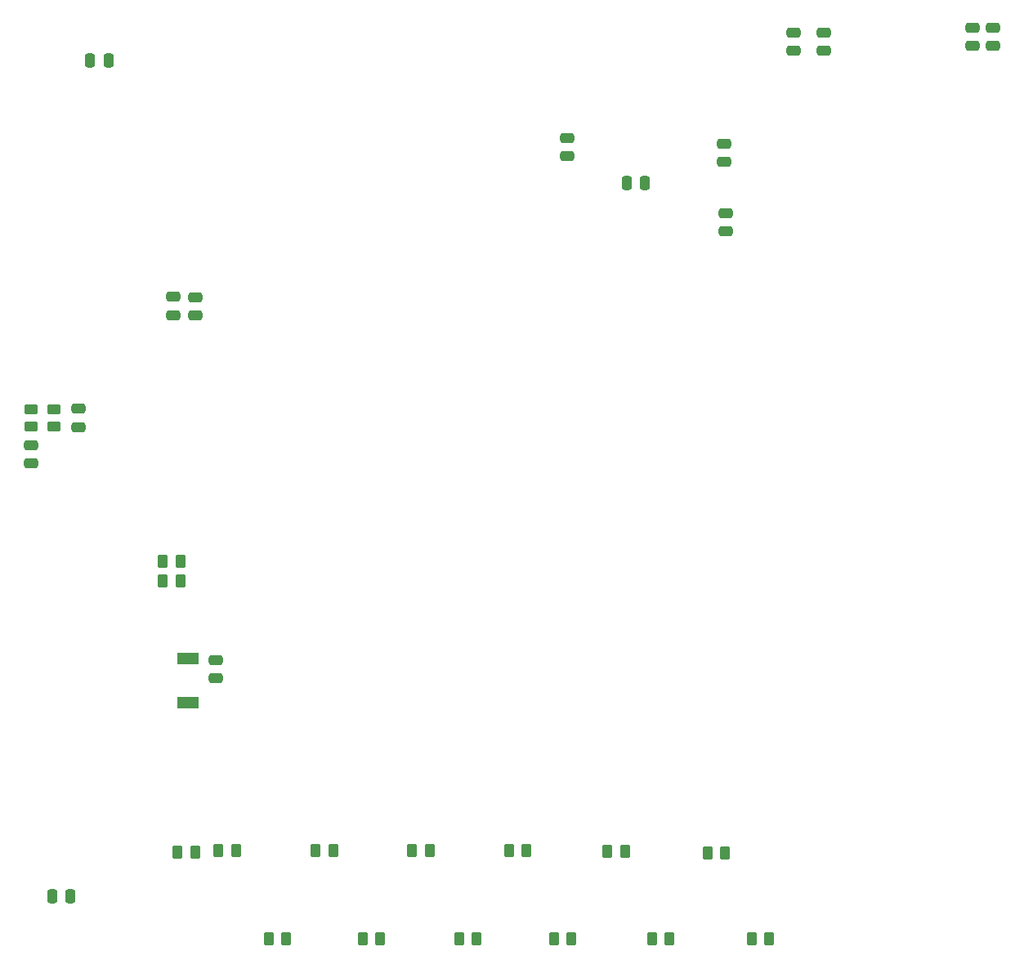
<source format=gbr>
%TF.GenerationSoftware,KiCad,Pcbnew,(6.0.11-0)*%
%TF.CreationDate,2023-05-23T17:58:12+02:00*%
%TF.ProjectId,Keyer_MEGA2560,4b657965-725f-44d4-9547-41323536302e,rev?*%
%TF.SameCoordinates,Original*%
%TF.FileFunction,Paste,Top*%
%TF.FilePolarity,Positive*%
%FSLAX46Y46*%
G04 Gerber Fmt 4.6, Leading zero omitted, Abs format (unit mm)*
G04 Created by KiCad (PCBNEW (6.0.11-0)) date 2023-05-23 17:58:12*
%MOMM*%
%LPD*%
G01*
G04 APERTURE LIST*
G04 Aperture macros list*
%AMRoundRect*
0 Rectangle with rounded corners*
0 $1 Rounding radius*
0 $2 $3 $4 $5 $6 $7 $8 $9 X,Y pos of 4 corners*
0 Add a 4 corners polygon primitive as box body*
4,1,4,$2,$3,$4,$5,$6,$7,$8,$9,$2,$3,0*
0 Add four circle primitives for the rounded corners*
1,1,$1+$1,$2,$3*
1,1,$1+$1,$4,$5*
1,1,$1+$1,$6,$7*
1,1,$1+$1,$8,$9*
0 Add four rect primitives between the rounded corners*
20,1,$1+$1,$2,$3,$4,$5,0*
20,1,$1+$1,$4,$5,$6,$7,0*
20,1,$1+$1,$6,$7,$8,$9,0*
20,1,$1+$1,$8,$9,$2,$3,0*%
G04 Aperture macros list end*
%ADD10RoundRect,0.250000X0.262500X0.450000X-0.262500X0.450000X-0.262500X-0.450000X0.262500X-0.450000X0*%
%ADD11RoundRect,0.250000X-0.250000X-0.475000X0.250000X-0.475000X0.250000X0.475000X-0.250000X0.475000X0*%
%ADD12RoundRect,0.250000X0.475000X-0.250000X0.475000X0.250000X-0.475000X0.250000X-0.475000X-0.250000X0*%
%ADD13RoundRect,0.250000X-0.450000X0.262500X-0.450000X-0.262500X0.450000X-0.262500X0.450000X0.262500X0*%
%ADD14RoundRect,0.250000X-0.475000X0.250000X-0.475000X-0.250000X0.475000X-0.250000X0.475000X0.250000X0*%
%ADD15RoundRect,0.250000X-0.262500X-0.450000X0.262500X-0.450000X0.262500X0.450000X-0.262500X0.450000X0*%
%ADD16RoundRect,0.250000X0.250000X0.475000X-0.250000X0.475000X-0.250000X-0.475000X0.250000X-0.475000X0*%
%ADD17R,2.200000X1.200000*%
G04 APERTURE END LIST*
D10*
%TO.C,R33*%
X258265300Y-171348400D03*
X256440300Y-171348400D03*
%TD*%
D11*
%TO.C,C11*%
X183962000Y-166878000D03*
X185862000Y-166878000D03*
%TD*%
D12*
%TO.C,C6*%
X198831200Y-106715600D03*
X198831200Y-104815600D03*
%TD*%
D13*
%TO.C,R1*%
X184150000Y-116435500D03*
X184150000Y-118260500D03*
%TD*%
D12*
%TO.C,C15*%
X200914000Y-144333000D03*
X200914000Y-142433000D03*
%TD*%
D14*
%TO.C,C9*%
X253561820Y-88900000D03*
X253561820Y-90800000D03*
%TD*%
D15*
%TO.C,R13*%
X251868300Y-162458400D03*
X253693300Y-162458400D03*
%TD*%
D10*
%TO.C,R23*%
X227932587Y-171323000D03*
X226107587Y-171323000D03*
%TD*%
%TO.C,R22*%
X237767500Y-171323000D03*
X235942500Y-171323000D03*
%TD*%
D12*
%TO.C,C4*%
X253765020Y-98013600D03*
X253765020Y-96113600D03*
%TD*%
D16*
%TO.C,C13*%
X245383020Y-93014800D03*
X243483020Y-93014800D03*
%TD*%
D15*
%TO.C,R2*%
X196953500Y-162306000D03*
X198778500Y-162306000D03*
%TD*%
%TO.C,R9*%
X231294300Y-162204400D03*
X233119300Y-162204400D03*
%TD*%
D14*
%TO.C,C26*%
X281432000Y-76901000D03*
X281432000Y-78801000D03*
%TD*%
D17*
%TO.C,U2*%
X198002000Y-146806000D03*
X198002000Y-142246000D03*
%TD*%
D15*
%TO.C,R7*%
X221235900Y-162204400D03*
X223060900Y-162204400D03*
%TD*%
D14*
%TO.C,C23*%
X263906000Y-77409000D03*
X263906000Y-79309000D03*
%TD*%
D12*
%TO.C,C37*%
X181813200Y-122057200D03*
X181813200Y-120157200D03*
%TD*%
D15*
%TO.C,R6*%
X211279100Y-162204400D03*
X213104100Y-162204400D03*
%TD*%
D10*
%TO.C,R24*%
X217955500Y-171323000D03*
X216130500Y-171323000D03*
%TD*%
D15*
%TO.C,R10*%
X241505100Y-162255200D03*
X243330100Y-162255200D03*
%TD*%
D12*
%TO.C,C1*%
X186690000Y-118298000D03*
X186690000Y-116398000D03*
%TD*%
D10*
%TO.C,R34*%
X208227300Y-171348400D03*
X206402300Y-171348400D03*
%TD*%
D15*
%TO.C,R16*%
X195429500Y-134239000D03*
X197254500Y-134239000D03*
%TD*%
%TO.C,R3*%
X201169900Y-162204400D03*
X202994900Y-162204400D03*
%TD*%
D10*
%TO.C,R21*%
X247927500Y-171323000D03*
X246102500Y-171323000D03*
%TD*%
D13*
%TO.C,R14*%
X181813200Y-116435500D03*
X181813200Y-118260500D03*
%TD*%
D14*
%TO.C,C25*%
X260731000Y-77409000D03*
X260731000Y-79309000D03*
%TD*%
D15*
%TO.C,R15*%
X195429500Y-132207000D03*
X197254500Y-132207000D03*
%TD*%
D11*
%TO.C,C22*%
X187899000Y-80264000D03*
X189799000Y-80264000D03*
%TD*%
D14*
%TO.C,C2*%
X237305820Y-88335000D03*
X237305820Y-90235000D03*
%TD*%
D12*
%TO.C,C8*%
X196494400Y-106664800D03*
X196494400Y-104764800D03*
%TD*%
D14*
%TO.C,C24*%
X279273000Y-76901000D03*
X279273000Y-78801000D03*
%TD*%
M02*

</source>
